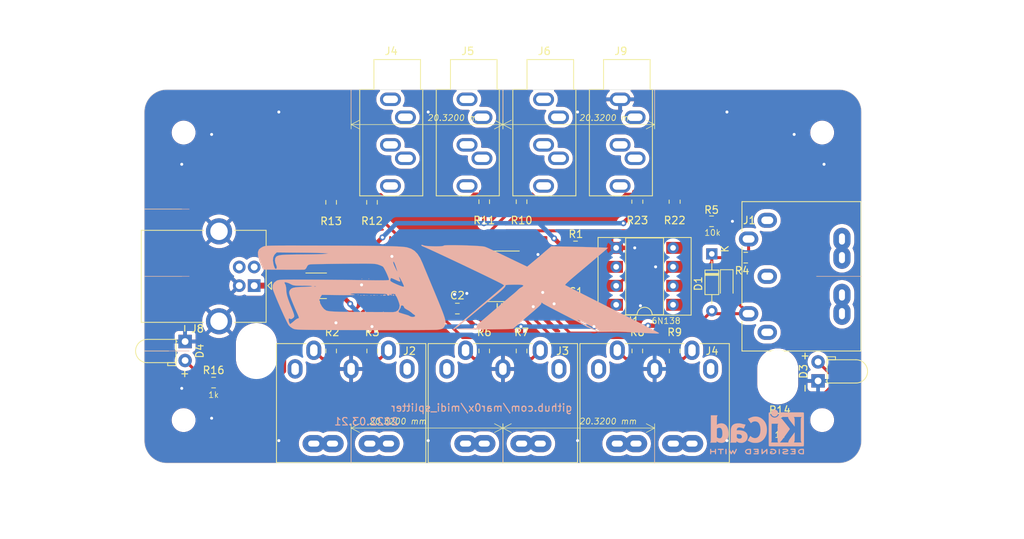
<source format=kicad_pcb>
(kicad_pcb (version 20221018) (generator pcbnew)
  (layers (0 "F.Cu" signal) (31 "B.Cu" signal) (34 "B.Paste" user) (35 "F.Paste" user) (36 "B.SilkS" user "B.Silkscreen") (37 "F.SilkS" user "F.Silkscreen") (38 "B.Mask" user) (39 "F.Mask" user) (44 "Edge.Cuts" user))
  (net 0 "")
  (net 1 "+5V")
  (net 2 "GND")
  (net 3 "Net-(J1-Pad4)")
  (net 4 "Net-(D3-A)")
  (net 5 "Net-(D4-A)")
  (net 6 "Net-(J8-VBUS)")
  (net 7 "Net-(J2-Pad5)")
  (net 10 "Net-(J2-Pad4)")
  (net 11 "Net-(J3-Pad4)")
  (net 14 "Net-(J3-Pad5)")
  (net 15 "Net-(J4-Pad5)")
  (net 16 "Net-(J4-Pad3)")
  (net 17 "Net-(J4-Pad1)")
  (net 18 "Net-(J4-Pad4)")
  (net 19 "RX")
  (net 23 "~{RX}")
  (net 24 "Net-(U1-VO1)")
  (net 25 "Net-(J9-PadT)")
  (net 26 "D-")
  (net 27 "D+")
  (net 28 "OUT5")
  (net 29 "Net-(J9-PadR)")
  (net 30 "OUT1")
  (net 31 "OUT2")
  (net 32 "OUT3")
  (net 33 "OUT4")
  (net 34 "OUT6")
  (net 35 "unconnected-(R10-Pad1)")
  (net 36 "DK")
  (net 37 "DA")
  (net 38 "unconnected-(R11-Pad2)")
  (net 39 "unconnected-(R12-Pad1)")
  (net 40 "unconnected-(R13-Pad2)")
  (net 41 "unconnected-(R22-Pad2)")
  (net 42 "unconnected-(R23-Pad2)")
  (footprint "Capacitor_SMD:C_0805_2012Metric_Pad1.15x1.40mm_HandSolder" (layer "F.Cu") (at 157.726 118.75 180)
    (fp_text reference "C1" (at -0.05 1.7) (layer "F.SilkS"))
    (fp_text value "0.1uF")
    (pad "1" smd roundrect (at -1.025 0 180) (size 1.15 1.4) (layers "F.Cu" "F.Paste" "F.Mask") (roundrect_rratio 0.2173904348) (net 1 "+5V"))
    (pad "2" smd roundrect (at 1.025 0 180) (size 1.15 1.4) (layers "F.Cu" "F.Paste" "F.Mask") (roundrect_rratio 0.2173904348) (net 2 "GND"))
  )
  (footprint "Capacitor_SMD:C_0805_2012Metric_Pad1.15x1.40mm_HandSolder" (layer "F.Cu") (at 141.904 119.318 180)
    (fp_text reference "C2" (at 0 1.75) (layer "F.SilkS"))
    (fp_text value "0.1uF")
    (pad "1" smd roundrect (at -1.025 0 180) (size 1.15 1.4) (layers "F.Cu" "F.Paste" "F.Mask") (roundrect_rratio 0.2173904348) (net 1 "+5V"))
    (pad "2" smd roundrect (at 1.025 0 180) (size 1.15 1.4) (layers "F.Cu" "F.Paste" "F.Mask") (roundrect_rratio 0.2173904348) (net 2 "GND"))
  )
  (footprint "lib:DIN5MIDI-OOTDTY" (layer "F.Cu") (at 183.4 107.5 -90)
    (fp_text reference "J1" (at 0 2.4 180) (layer "F.SilkS"))
    (fp_text value "DIN-5_180degree")
    (pad "" thru_hole oval (at 2.5 -10 270) (size 3 2.3) (drill oval 1.5 0.8) (layers "*.Cu" "*.Mask"))
    (pad "" thru_hole oval (at 5 -10 270) (size 3 2.3) (drill oval 1.5 0.8) (layers "*.Cu" "*.Mask"))
    (pad "" thru_hole oval (at 10 -10 270) (size 3 2.3) (drill oval 1.5 0.8) (layers "*.Cu" "*.Mask"))
    (pad "" thru_hole oval (at 12.5 -10 270) (size 3 2.3) (drill oval 1.5 0.8) (layers "*.Cu" "*.Mask"))
    (pad "1" thru_hole oval (at 0 0 270) (size 2 2.6) (drill oval 1 1.6) (layers "*.Cu" "*.Mask"))
    (pad "2" thru_hole oval (at 7.5 0 270) (size 2 2.6) (drill oval 1 1.6) (layers "*.Cu" "*.Mask"))
    (pad "3" thru_hole oval (at 15 0 270) (size 2 2.6) (drill oval 1 1.6) (layers "*.Cu" "*.Mask"))
    (pad "4" thru_hole oval (at 2.5 2.5 270) (size 2 2.6) (drill oval 1 1.6) (layers "*.Cu" "*.Mask") (net 3 "Net-(J1-Pad4)"))
    (pad "5" thru_hole oval (at 12.5 2.5 270) (size 2 2.6) (drill oval 1 1.6) (layers "*.Cu" "*.Mask") (net 37 "DA"))
  )
  (footprint "lib:DIN5MIDI-OOTDTY" (layer "F.Cu") (at 175.82 127.4 180)
    (fp_text reference "J4" (at -0.18 2.4) (layer "F.SilkS"))
    (fp_text value "DIN-5_180degree")
    (pad "" thru_hole oval (at 2.5 -10 180) (size 3 2.3) (drill oval 1.5 0.8) (layers "*.Cu" "*.Mask"))
    (pad "" thru_hole oval (at 5 -10 180) (size 3 2.3) (drill oval 1.5 0.8) (layers "*.Cu" "*.Mask"))
    (pad "" thru_hole oval (at 10 -10 180) (size 3 2.3) (drill oval 1.5 0.8) (layers "*.Cu" "*.Mask"))
    (pad "" thru_hole oval (at 12.5 -10 180) (size 3 2.3) (drill oval 1.5 0.8) (layers "*.Cu" "*.Mask"))
    (pad "1" thru_hole oval (at 0 0 180) (size 2 2.6) (drill oval 1 1.6) (layers "*.Cu" "*.Mask") (net 17 "Net-(J4-Pad1)"))
    (pad "2" thru_hole oval (at 7.5 0 180) (size 2 2.6) (drill oval 1 1.6) (layers "*.Cu" "*.Mask") (net 2 "GND"))
    (pad "3" thru_hole oval (at 15 0 180) (size 2 2.6) (drill oval 1 1.6) (layers "*.Cu" "*.Mask") (net 16 "Net-(J4-Pad3)"))
    (pad "4" thru_hole oval (at 2.5 2.5 180) (size 2 2.6) (drill oval 1 1.6) (layers "*.Cu" "*.Mask") (net 18 "Net-(J4-Pad4)"))
    (pad "5" thru_hole oval (at 12.5 2.5 180) (size 2 2.6) (drill oval 1 1.6) (layers "*.Cu" "*.Mask") (net 15 "Net-(J4-Pad5)"))
  )
  (footprint "Resistor_SMD:R_0805_2012Metric_Pad1.15x1.40mm_HandSolder" (layer "F.Cu") (at 157.726 111)
    (fp_text reference "R1" (at 0.05 -1.65) (layer "F.SilkS"))
    (fp_text value "470" (at 0 1.65) (layer "F.SilkS") (effects (font (size 0.8 0.8) (thickness 0.1))))
    (pad "1" smd roundrect (at -1.025 0) (size 1.15 1.4) (layers "F.Cu" "F.Paste" "F.Mask") (roundrect_rratio 0.2173904348) (net 1 "+5V"))
    (pad "2" smd roundrect (at 1.025 0) (size 1.15 1.4) (layers "F.Cu" "F.Paste" "F.Mask") (roundrect_rratio 0.2173904348) (net 19 "RX"))
  )
  (footprint "Resistor_SMD:R_0805_2012Metric_Pad1.15x1.40mm_HandSolder" (layer "F.Cu") (at 125 124.992 90)
    (fp_text reference "R2" (at 2.5 0.14 180) (layer "F.SilkS"))
    (fp_text value "220")
    (pad "1" smd roundrect (at -1.025 0 90) (size 1.15 1.4) (layers "F.Cu" "F.Paste" "F.Mask") (roundrect_rratio 0.2173904348) (net 7 "Net-(J2-Pad5)"))
    (pad "2" smd roundrect (at 1.025 0 90) (size 1.15 1.4) (layers "F.Cu" "F.Paste" "F.Mask") (roundrect_rratio 0.2173904348) (net 30 "OUT1"))
  )
  (footprint "Resistor_SMD:R_0805_2012Metric_Pad1.15x1.40mm_HandSolder" (layer "F.Cu") (at 130.5 124.992 -90)
    (fp_text reference "R3" (at -2.5 0 180) (layer "F.SilkS"))
    (fp_text value "220")
    (pad "1" smd roundrect (at -1.025 0 270) (size 1.15 1.4) (layers "F.Cu" "F.Paste" "F.Mask") (roundrect_rratio 0.2173904348) (net 1 "+5V"))
    (pad "2" smd roundrect (at 1.025 0 270) (size 1.15 1.4) (layers "F.Cu" "F.Paste" "F.Mask") (roundrect_rratio 0.2173904348) (net 10 "Net-(J2-Pad4)"))
  )
  (footprint "Resistor_SMD:R_0805_2012Metric_Pad1.15x1.40mm_HandSolder" (layer "F.Cu") (at 180.512 112.5)
    (fp_text reference "R4" (at -0.48 1.738) (layer "F.SilkS"))
    (fp_text value "220")
    (pad "1" smd roundrect (at -1.025 0) (size 1.15 1.4) (layers "F.Cu" "F.Paste" "F.Mask") (roundrect_rratio 0.2173904348) (net 36 "DK"))
    (pad "2" smd roundrect (at 1.025 0) (size 1.15 1.4) (layers "F.Cu" "F.Paste" "F.Mask") (roundrect_rratio 0.2173904348) (net 3 "Net-(J1-Pad4)"))
  )
  (footprint "Resistor_SMD:R_0805_2012Metric_Pad1.15x1.40mm_HandSolder" (layer "F.Cu") (at 175.94 107.634)
    (fp_text reference "R5" (at 0 -1.524) (layer "F.SilkS"))
    (fp_text value "10k" (at 0.127 1.524) (layer "F.SilkS") (effects (font (size 0.8 0.8) (thickness 0.1))))
    (pad "1" smd roundrect (at -1.025 0) (size 1.15 1.4) (layers "F.Cu" "F.Paste" "F.Mask") (roundrect_rratio 0.2173904348) (net 24 "Net-(U1-VO1)"))
    (pad "2" smd roundrect (at 1.025 0) (size 1.15 1.4) (layers "F.Cu" "F.Paste" "F.Mask") (roundrect_rratio 0.2173904348) (net 2 "GND"))
  )
  (footprint "Resistor_SMD:R_0805_2012Metric_Pad1.15x1.40mm_HandSolder" (layer "F.Cu") (at 166 124.992 90)
    (fp_text reference "R8" (at 2.5 0 180) (layer "F.SilkS"))
    (fp_text value "220")
    (pad "1" smd roundrect (at -1.025 0 90) (size 1.15 1.4) (layers "F.Cu" "F.Paste" "F.Mask") (roundrect_rratio 0.2173904348) (net 25 "Net-(J9-PadT)"))
    (pad "2" smd roundrect (at 1.025 0 90) (size 1.15 1.4) (layers "F.Cu" "F.Paste" "F.Mask") (roundrect_rratio 0.2173904348) (net 32 "OUT3"))
  )
  (footprint "Resistor_SMD:R_0805_2012Metric_Pad1.15x1.40mm_HandSolder" (layer "F.Cu") (at 171 124.992 -90)
    (fp_text reference "R9" (at -2.5 0 180) (layer "F.SilkS"))
    (fp_text value "220")
    (pad "1" smd roundrect (at -1.025 0 270) (size 1.15 1.4) (layers "F.Cu" "F.Paste" "F.Mask") (roundrect_rratio 0.2173904348) (net 1 "+5V"))
    (pad "2" smd roundrect (at 1.025 0 270) (size 1.15 1.4) (layers "F.Cu" "F.Paste" "F.Mask") (roundrect_rratio 0.2173904348) (net 29 "Net-(J9-PadR)"))
  )
  (footprint "Resistor_SMD:R_0805_2012Metric_Pad1.15x1.40mm_HandSolder" (layer "F.Cu") (at 150.5 105.008 -90)
    (fp_text reference "R10" (at 2.5 0 180) (layer "F.SilkS"))
    (fp_text value "220")
    (pad "1" smd roundrect (at -1.025 0 270) (size 1.15 1.4) (layers "F.Cu" "F.Paste" "F.Mask") (roundrect_rratio 0.2173904348) (net 35 "unconnected-(R10-Pad1)"))
    (pad "2" smd roundrect (at 1.025 0 270) (size 1.15 1.4) (layers "F.Cu" "F.Paste" "F.Mask") (roundrect_rratio 0.2173904348) (net 28 "OUT5"))
  )
  (footprint "Resistor_SMD:R_0805_2012Metric_Pad1.15x1.40mm_HandSolder" (layer "F.Cu") (at 130.474 105.094 -90)
    (fp_text reference "R12" (at 2.5 0 180) (layer "F.SilkS"))
    (fp_text value "220")
    (pad "1" smd roundrect (at -1.025 0 270) (size 1.15 1.4) (layers "F.Cu" "F.Paste" "F.Mask") (roundrect_rratio 0.2173904348) (net 39 "unconnected-(R12-Pad1)"))
    (pad "2" smd roundrect (at 1.025 0 270) (size 1.15 1.4) (layers "F.Cu" "F.Paste" "F.Mask") (roundrect_rratio 0.2173904348) (net 33 "OUT4"))
  )
  (footprint "Resistor_SMD:R_0805_2012Metric_Pad1.15x1.40mm_HandSolder" (layer "F.Cu") (at 125 105.094 90)
    (fp_text reference "R13" (at -2.525 0 180) (layer "F.SilkS"))
    (fp_text value "220")
    (pad "1" smd roundrect (at -1.025 0 90) (size 1.15 1.4) (layers "F.Cu" "F.Paste" "F.Mask") (roundrect_rratio 0.2173904348) (net 1 "+5V"))
    (pad "2" smd roundrect (at 1.025 0 90) (size 1.15 1.4) (layers "F.Cu" "F.Paste" "F.Mask") (roundrect_rratio 0.2173904348) (net 40 "unconnected-(R13-Pad2)"))
  )
  (footprint "Resistor_SMD:R_0805_2012Metric_Pad1.15x1.40mm_HandSolder" (layer "F.Cu") (at 150.5 124.992 -90)
    (fp_text reference "R7" (at -2.5 0 180) (layer "F.SilkS"))
    (fp_text value "220")
    (pad "1" smd roundrect (at -1.025 0 270) (size 1.15 1.4) (layers "F.Cu" "F.Paste" "F.Mask") (roundrect_rratio 0.2173904348) (net 1 "+5V"))
    (pad "2" smd roundrect (at 1.025 0 270) (size 1.15 1.4) (layers "F.Cu" "F.Paste" "F.Mask") (roundrect_rratio 0.2173904348) (net 11 "Net-(J3-Pad4)"))
  )
  (footprint "Resistor_SMD:R_0805_2012Metric_Pad1.15x1.40mm_HandSolder" (layer "F.Cu") (at 145.5 124.992 90)
    (fp_text reference "R6" (at 2.5 0 180) (layer "F.SilkS"))
    (fp_text value "220")
    (pad "1" smd roundrect (at -1.025 0 90) (size 1.15 1.4) (layers "F.Cu" "F.Paste" "F.Mask") (roundrect_rratio 0.2173904348) (net 14 "Net-(J3-Pad5)"))
    (pad "2" smd roundrect (at 1.025 0 90) (size 1.15 1.4) (layers "F.Cu" "F.Paste" "F.Mask") (roundrect_rratio 0.2173904348) (net 31 "OUT2"))
  )
  (footprint "lib:DIN5MIDI-OOTDTY" (layer "F.Cu") (at 155.5 127.4 180)
    (fp_text reference "J3" (at -0.5 2.4) (layer "F.SilkS"))
    (fp_text value "DIN-5_180degree")
    (pad "" thru_hole oval (at 2.5 -10 180) (size 3 2.3) (drill oval 1.5 0.8) (layers "*.Cu" "*.Mask"))
    (pad "" thru_hole oval (at 5 -10 180) (size 3 2.3) (drill oval 1.5 0.8) (layers "*.Cu" "*.Mask"))
    (pad "" thru_hole oval (at 10 -10 180) (size 3 2.3) (drill oval 1.5 0.8) (layers "*.Cu" "*.Mask"))
    (pad "" thru_hole oval (at 12.5 -10 180) (size 3 2.3) (drill oval 1.5 0.8) (layers "*.Cu" "*.Mask"))
    (pad "1" thru_hole oval (at 0 0 180) (size 2 2.6) (drill oval 1 1.6) (layers "*.Cu" "*.Mask"))
    (pad "2" thru_hole oval (at 7.5 0 180) (size 2 2.6) (drill oval 1 1.6) (layers "*.Cu" "*.Mask") (net 2 "GND"))
    (pad "3" thru_hole oval (at 15 0 180) (size 2 2.6) (drill oval 1 1.6) (layers "*.Cu" "*.Mask"))
    (pad "4" thru_hole oval (at 2.5 2.5 180) (size 2 2.6) (drill oval 1 1.6) (layers "*.Cu" "*.Mask") (net 11 "Net-(J3-Pad4)"))
    (pad "5" thru_hole oval (at 12.5 2.5 180) (size 2 2.6) (drill oval 1 1.6) (layers "*.Cu" "*.Mask") (net 14 "Net-(J3-Pad5)"))
  )
  (footprint "lib:DIN5MIDI-OOTDTY" (layer "F.Cu") (at 135.18 127.4 180)
    (fp_text reference "J2" (at -0.32 2.4) (layer "F.SilkS"))
    (fp_text value "DIN-5_180degree")
    (pad "" thru_hole oval (at 2.5 -10 180) (size 3 2.3) (drill oval 1.5 0.8) (layers "*.Cu" "*.Mask"))
    (pad "" thru_hole oval (at 5 -10 180) (size 3 2.3) (drill oval 1.5 0.8) (layers "*.Cu" "*.Mask"))
    (pad "" thru_hole oval (at 10 -10 180) (size 3 2.3) (drill oval 1.5 0.8) (layers "*.Cu" "*.Mask"))
    (pad "" thru_hole oval (at 12.5 -10 180) (size 3 2.3) (drill oval 1.5 0.8) (layers "*.Cu" "*.Mask"))
    (pad "1" thru_hole oval (at 0 0 180) (size 2 2.6) (drill oval 1 1.6) (layers "*.Cu" "*.Mask"))
    (pad "2" thru_hole oval (at 7.5 0 180) (size 2 2.6) (drill oval 1 1.6) (layers "*.Cu" "*.Mask") (net 2 "GND"))
    (pad "3" thru_hole oval (at 15 0 180) (size 2 2.6) (drill oval 1 1.6) (layers "*.Cu" "*.Mask"))
    (pad "4" thru_hole oval (at 2.5 2.5 180) (size 2 2.6) (drill oval 1 1.6) (layers "*.Cu" "*.Mask") (net 10 "Net-(J2-Pad4)"))
    (pad "5" thru_hole oval (at 12.5 2.5 180) (size 2 2.6) (drill oval 1 1.6) (layers "*.Cu" "*.Mask") (net 7 "Net-(J2-Pad5)"))
  )
  (footprint "Package_DIP:DIP-8_W8.89mm_SMDSocket_LongPads" (layer "F.Cu") (at 166.976 115 180)
    (fp_text reference "U1" (at 1.704 -5.969 180) (layer "F.SilkS"))
    (fp_text value "6N138" (at -2.868 -5.969 180) (layer "F.SilkS") (effects (font (size 0.8 0.8) (thickness 0.1))))
    (pad "1" smd rect (at -4.445 -3.81 180) (size 3.1 1.6) (layers "F.Cu" "F.Paste" "F.Mask"))
    (pad "1" thru_hole circle (at -3.81 -3.81 180) (size 1.524 1.524) (drill 0.762) (layers "*.Cu" "*.Mask"))
    (pad "2" smd rect (at -4.445 -1.27 180) (size 3.1 1.6) (layers "F.Cu" "F.Paste" "F.Mask") (net 36 "DK"))
    (pad "2" thru_hole circle (at -3.81 -1.27 180) (size 1.524 1.524) (drill 0.762) (layers "*.Cu" "*.Mask") (net 36 "DK"))
    (pad "3" smd rect (at -4.445 1.27 180) (size 3.1 1.6) (layers "F.Cu" "F.Paste" "F.Mask") (net 37 "DA"))
    (pad "3" thru_hole circle (at -3.81 1.27 180) (size 1.524 1.524) (drill 0.762) (layers "*.Cu" "*.Mask") (net 37 "DA"))
    (pad "4" smd rect (at -4.445 3.81 180) (size 3.1 1.6) (layers "F.Cu" "F.Paste" "F.Mask"))
    (pad "4" thru_hole circle (at -3.81 3.81 180) (size 1.524 1.524) (drill 0.762) (layers "*.Cu" "*.Mask"))
    (pad "5" thru_hole circle (at 3.81 3.81 180) (size 1.524 1.524) (drill 0.762) (layers "*.Cu" "*.Mask") (net 2 "GND"))
    (pad "5" smd rect (at 4.445 3.81 180) (size 3.1 1.6) (layers "F.Cu" "F.Paste" "F.Mask") (net 2 "GND"))
    (pad "6" thru_hole circle (at 3.81 1.27 180) (size 1.524 1.524) (drill 0.762) (layers "*.Cu" "*.Mask") (net 19 "RX"))
    (pad "6" smd rect (at 4.445 1.27 180) (size 3.1 1.6) (layers "F.Cu" "F.Paste" "F.Mask") (net 19 "RX"))
    (pad "7" thru_hole circle (at 3.81 -1.27 180) (size 1.524 1.524) (drill 0.762) (layers "*.Cu" "*.Mask") (net 24 "Net-(U1-VO1)"))
    (pad "7" smd rect (at 4.445 -1.27 180) (size 3.1 1.6) (layers "F.Cu" "F.Paste" "F.Mask") (net 24 "Net-(U1-VO1)"))
    (pad "8" thru_hole circle (at 3.81 -3.81 180) (size 1.524 1.524) (drill 0.762) (layers "*.Cu" "*.Mask") (net 1 "+5V"))
    (pad "8" smd rect (at 4.445 -3.81 180) (size 3.1 1.6) (layers "F.Cu" "F.Paste" "F.Mask") (net 1 "+5V"))
  )
  (footprint "Resistor_SMD:R_0805_2012Metric_Pad1.15x1.40mm_HandSolder" (layer "F.Cu") (at 185.084 134.558)
    (fp_text reference "R14" (at 0 -1.65) (layer "F.SilkS"))
    (fp_text value "1k" (at 0 1.65) (layer "F.SilkS") (effects (font (size 0.8 0.8) (thickness 0.1))))
    (pad "1" smd roundrect (at -1.025 0) (size 1.15 1.4) (layers "F.Cu" "F.Paste" "F.Mask") (roundrect_rratio 0.2173904348) (net 23 "~{RX}"))
    (pad "2" smd roundrect (at 1.025 0) (size 1.15 1.4) (layers "F.Cu" "F.Paste" "F.Mask") (roundrect_rratio 0.2173904348) (net 4 "Net-(D3-A)"))
  )
  (footprint "Resistor_SMD:R_0805_2012Metric_Pad1.15x1.40mm_HandSolder" (layer "F.Cu") (at 109.265 129.224)
    (fp_text reference "R16" (at 0 -1.65) (layer "F.SilkS"))
    (fp_text value "1k" (at 0 1.65) (layer "F.SilkS") (effects (font (size 0.8 0.8) (thickness 0.1))))
    (pad "1" smd roundrect (at -1.025 0) (size 1.15 1.4) (layers "F.Cu" "F.Paste" "F.Mask") (roundrect_rratio 0.2173904348) (net 5 "Net-(D4-A)"))
    (pad "2" smd roundrect (at 1.025 0) (size 1.15 1.4) (layers "F.Cu" "F.Paste" "F.Mask") (roundrect_rratio 0.2173904348) (net 1 "+5V"))
  )
  (footprint "LED_THT:LED_D3.0mm_Horizontal_O1.27mm_Z6.0mm" (layer "F.Cu") (at 105.45 123.73 -90)
    (fp_text reference "D4" (at 1.27 -1.96 90) (layer "F.SilkS"))
    (fp_text value "LED")
    (fp_text user "+" (at 4.324 0.122 270) (layer "F.SilkS"))
    (fp_text user "-" (at -1.772 0.122 270) (layer "F.SilkS"))
    (pad "1" thru_hole rect (at 0 0 270) (size 1.8 1.8) (drill 0.9) (layers "*.Cu" "*.Mask") (net 2 "GND"))
    (pad "2" thru_hole circle (at 2.54 0 270) (size 1.8 1.8) (drill 0.9) (layers "*.Cu" "*.Mask") (net 5 "Net-(D4-A)"))
  )
  (footprint "LED_THT:LED_D3.0mm_Horizontal_O1.27mm_Z10.0mm" (layer "F.Cu") (at 190.2 129 90)
    (fp_text reference "D3" (at 1.27 -1.96 90) (layer "F.SilkS"))
    (fp_text value "LED")
    (fp_text user "+" (at 3.332 -1.814 90) (layer "F.SilkS"))
    (fp_text user "-" (at -0.986 -1.814 90) (layer "F.SilkS"))
    (pad "1" thru_hole rect (at 0 0 90) (size 1.8 1.8) (drill 0.9) (layers "*.Cu" "*.Mask") (net 2 "GND"))
    (pad "2" thru_hole circle (at 2.54 0 90) (size 1.8 1.8) (drill 0.9) (layers "*.Cu" "*.Mask") (net 4 "Net-(D3-A)"))
  )
  (footprint "Diode_THT:D_DO-34_SOD68_P7.62mm_Horizontal" (layer "F.Cu") (at 175.976 112 -90)
    (fp_text reference "D1" (at 3.986 1.814 90) (layer "F.SilkS"))
    (fp_text value "1N914")
    (fp_text user "K" (at -0.683 -1.742 90) (layer "F.SilkS"))
    (pad "1" thru_hole rect (at 0 0 270) (size 1.5 1.5) (drill 0.75) (layers "*.Cu" "*.Mask") (net 36 "DK"))
    (pad "2" thru_hole oval (at 7.62 0 270) (size 1.5 1.5) (drill 0.75) (layers "*.Cu" "*.Mask") (net 37 "DA"))
  )
  (footprint "MountingHole:MountingHole_5mm" (layer "F.Cu") (at 184.8 128.4)
    (fp_text reference "REF**" hide)
    (fp_text value "MountingHole_5mm" hide)
    (pad "" np_thru_hole oval (at 0 0) (size 5 7) (drill oval 5 7) (layers "*.Cu" "*.Mask"))
  )
  (footprint "Fuse:Fuse_1812_4532Metric_Pad1.30x3.40mm_HandSolder" (layer "F.Cu") (at 123 116.27 180)
    (fp_text reference "F1" (at 0 -2.65) (layer "F.SilkS"))
    (fp_text value "MF-MSMF050-2")
    (pad "1" smd roundrect (at -2.225 0 180) (size 1.3 3.4) (layers "F.Cu" "F.Paste" "F.Mask") (roundrect_rratio 0.1923069231) (net 1 "+5V"))
    (pad "2" smd roundrect (at 2.225 0 180) (size 1.3 3.4) (layers "F.Cu" "F.Paste" "F.Mask") (roundrect_rratio 0.1923069231) (net 6 "Net-(J8-VBUS)"))
  )
  (footprint "MountingHole:MountingHole_5mm" (layer "F.Cu") (at 115 125)
    (fp_text reference "REF**" hide)
    (fp_text value "MountingHole_5mm" hide)
    (pad "" np_thru_hole oval (at 0 0) (size 5 7) (drill oval 5 7) (layers "*.Cu" "*.Mask"))
  )
  (footprint "Resistor_SMD:R_0805_2012Metric_Pad1.20x1.40mm_HandSolder" (layer "F.Cu") (at 171 105.008 90)
    (fp_text reference "R22" (at -2.5 0 180) (layer "F.SilkS"))
    (fp_text value "220")
    (pad "1" smd roundrect (at -1 0 90) (size 1.2 1.4) (layers "F.Cu" "F.Paste" "F.Mask") (roundrect_rratio 0.2083325) (net 34 "OUT6"))
    (pad "2" smd roundrect (at 1 0 90) (size 1.2 1.4) (layers "F.Cu" "F.Paste" "F.Mask") (roundrect_rratio 0.2083325) (net 41 "unconnected-(R22-Pad2)"))
  )
  (footprint "Resistor_SMD:R_0805_2012Metric_Pad1.20x1.40mm_HandSolder" (layer "F.Cu") (at 166 105.008 90)
    (fp_text reference "R23" (at -2.5 0 180) (layer "F.SilkS"))
    (fp_text value "220")
    (pad "1" smd roundrect (at -1 0 90) (size 1.2 1.4) (layers "F.Cu" "F.Paste" "F.Mask") (roundrect_rratio 0.2083325) (net 1 "+5V"))
    (pad "2" smd roundrect (at 1 0 90) (size 1.2 1.4) (layers "F.Cu" "F.Paste" "F.Mask") (roundrect_rratio 0.2083325) (net 42 "unconnected-(R23-Pad2)"))
  )
  (footprint "Connector_USB:USB_B_OST_USB-B1HSxx_Horizontal" (layer "F.Cu") (at 114.7 116.25 180)
    (fp_text reference "J8" (at 7.594 -5.768) (layer "F.SilkS"))
    (fp_text value "DS1099")
    (pad "1" thru_hole rect (at 0 0 180) (size 1.7 1.7) (drill 0.92) (layers "*.Cu" "*.Mask") (net 6 "Net-(J8-VBUS)"))
    (pad "2" thru_hole circle (at 0 2.5 180) (size 1.7 1.7) (drill 0.92) (layers "*.Cu" "*.Mask") (net 26 "D-"))
    (pad "3" thru_hole circle (at 2 2.5 180) (size 1.7 1.7) (drill 0.92) (layers "*.Cu" "*.Mask") (net 27 "D+"))
    (pad "4" thru_hole circle (at 2 0 180) (size 1.7 1.7) (drill 0.92) (layers "*.Cu" "*.Mask") (net 2 "GND"))
    (pad "5" thru_hole circle (at 4.71 -4.77 180) (size 3.5 3.5) (drill 2.33) (layers "*.Cu" "*.Mask") (net 2 "GND"))
    (pad "5" thru_hole circle (at 4.71 7.27 180) (size 3.5 3.5) (drill 2.33) (layers "*.Cu" "*.Mask") (net 2 "GND"))
  )
  (footprint "Resistor_SMD:R_0805_2012Metric_Pad1.15x1.40mm_HandSolder" (layer "F.Cu") (at 145.5 105.008 90)
    (fp_text reference "R11" (at -2.5 0 180) (layer "F.SilkS"))
    (fp_text value "220")
    (pad "1" smd roundrect (at -1.025 0 90) (size 1.15 1.4) (layers "F.Cu" "F.Paste" "F.Mask") (roundrect_rratio 0.2173904348) (net 1 "+5V"))
    (pad "2" smd roundrect (at 1.025 0 90) (size 1.15 1.4) (layers "F.Cu" "F.Paste" "F.Mask") (roundrect_rratio 0.2173904348) (net 38 "unconnected-(R11-Pad2)"))
  )
  (footprint "Package_SO:TSSOP-20_4.4x6.5mm_P0.65mm" (layer "F.Cu") (at 148 115 180)
    (fp_text reference "U2" (at 0 -4.2) (layer "F.SilkS"))
    (fp_text value "MM74HC540MTCX")
    (pad "1" smd roundrect (at -2.8625 -2.925 180) (size 1.475 0.4) (layers "F.Cu" "F.Paste" "F.Mask") (net 2 "GND"))
    (pad "2" smd roundrect (at -2.8625 -2.275 180) (size 1.475 0.4) (layers "F.Cu" "F.Paste" "F.Mask") (net 23 "~{RX}"))
    (pad "3" smd roundrect (at -2.8625 -1.625 180) (size 1.475 0.4) (layers "F.Cu" "F.Paste" "F.Mask") (net 2 "GND"))
    (pad "4" smd roundrect (at -2.8625 -0.975 180) (size 1.475 0.4) (layers "F.Cu" "F.Paste" "F.Mask") (net 19 "RX"))
    (pad "5" smd roundrect (at -2.8625 -0.325 180) (size 1.475 0.4) (layers "F.Cu" "F.Paste" "F.Mask") (net 23 "~{RX}"))
    (pad "6" smd roundrect (at -2.8625 0.325 180) (size 1.475 0.4) (layers "F.Cu" "F.Paste" "F.Mask") (net 23 "~{RX}"))
    (pad "7" smd roundrect (at -2.8625 0.975 180) (size 1.475 0.4) (layers "F.Cu" "F.Paste" "F.Mask") (net 23 "~{RX}"))
    (pad "8" smd roundrect (at -2.8625 1.625 180) (size 1.475 0.4) (layers "F.Cu" "F.Paste" "F.Mask") (net 23 "~{RX}"))
    (pad "9" smd roundrect (at -2.8625 2.275 180) (size 1.475 0.4) (layers "F.Cu" "F.Paste" "F.Mask") (net 23 "~{RX}"))
    (pad "10" smd roundrect (at -2.8625 2.925 180) (size 1.475 0.4) (layers "F.Cu" "F.Paste" "F.Mask") (net 2 "GND"))
    (pad "11" smd roundrect (at 2.8625 2.925 180) (size 1.475 0.4) (layers "F.Cu" "F.Paste" "F.Mask") (net 34 "OUT6"))
    (pad "12" smd roundrect (at 2.8625 2.275 180) (size 1.475 0.4) (layers "F.Cu" "F.Paste" "F.Mask") (net 28 "OUT5"))
    (pad "13" smd roundrect (at 2.8625 1.625 180) (size 1.475 0.4) (layers "F.Cu" "F.Paste" "F.Mask") (net 33 "OUT4"))
    (pad "14" smd roundrect (at 2.8625 0.975 180) (size 1.475 0.4) (layers "F.Cu" "F.Paste" "F.Mask") (net 30 "OUT1"))
    (pad "15" smd roundrect (at 2.8625 0.325 180) (size 1.475 0.4) (layers "F.Cu" "F.Paste" "F.Mask") (net 31 "OUT2"))
    (pad "16" smd roundrect (at 2.8625 -0.325 180) (size 1.475 0.4) (layers "F.Cu" "F.Paste" "F.Mask") (net 23 "~{RX}"))
    (pad "17" smd roundrect (at 2.8625 -0.975 180) (size 1.475 0.4) (layers "F.Cu" "F.Paste" "F.Mask"))
    (pad "18" smd roundrect (at 2.8625 -1.625 180) (size 1.475 0.4) (layers "F.Cu" "F.Paste" "F.Mask") (net 32 "OUT3"))
    (pad "19" smd roundrect (at 2.8625 -2.275 180) (size 1.475 0.4) (layers "F.Cu" "F.Paste" "F.Mask") (net 2 "GND"))
    (pad "20" smd roundrect (at 2.8625 -2.925 180) (size 1.475 0.4) (layers "F.Cu" "F.Paste" "F.Mask") (net 1 "+5V"))
  )
  (footprint "Diode_SMD:D_SOD-323_HandSoldering" (layer "F.Cu") (at 177.972 116.016 -90)
    (fp_text reference "D2" hide)
    (fp_text value "BAS316.115" hide)
    (pad "1" smd rect (at -1.25 0 270) (size 1 1) (layers "F.Cu" "F.Paste" "F.Mask") (net 36 "DK"))
    (pad "2" smd rect (at 1.25 0 270) (size 1 1) (layers "F.Cu" "F.Paste" "F.Mask") (net 37 "DA"))
  )
  (footprint "MountingHole:MountingHole_2.7mm_M2.5_ISO14580" (layer "F.Cu") (at 105.25 95.75)
    (fp_text reference "H1" hide)
    (fp_text value "MountingHole" hide)
    (pad "" np_thru_hole circle (at 0 0) (size 2.7 2.7) (drill 2.7) (layers "*.Cu" "*.Mask"))
  )
  (footprint "MountingHole:MountingHole_2.7mm_M2.5_ISO14580" (layer "F.Cu") (at 105.25 134.25)
    (fp_text reference "H2" hide)
    (fp_text value "MountingHole" hide)
    (pad "" np_thru_hole circle (at 0 0) (size 2.7 2.7) (drill 2.7) (layers "*.Cu" "*.Mask"))
  )
  (footprint "MountingHole:MountingHole_2.7mm_M2.5_ISO14580" (layer "F.Cu") (at 190.75 95.75)
    (fp_text reference "H3" hide)
    (fp_text value "MountingHole" hide)
    (pad "" np_thru_hole circle (at 0 0) (size 2.7 2.7) (drill 2.7) (layers "*.Cu" "*.Mask"))
  )
  (footprint "MountingHole:MountingHole_2.7mm_M2.5_ISO14580" (layer "F.Cu") (at 190.75 134.25)
    (fp_text reference "H4" hide)
    (fp_text value "MountingHole" hide)
    (pad "" np_thru_hole circle (at 0 0) (size 2.7 2.7) (drill 2.7) (layers "*.Cu" "*.Mask"))
  )
  (footprint "Connector_Audio:Jack_3.5mm_CUI_SJ1-3535NG_Horizontal" (layer "F.Cu") (at 143.2 91.3)
    (fp_text reference "J5" (at 0.1 -6.45) (layer "F.SilkS"))
    (fp_text value "AudioJack3_SwitchTR")
    (pad "R" thru_hole oval (at 2 7.9) (size 2.8 1.8) (drill oval 2 1) (layers "*.Cu" "*.Mask"))
    (pad "RN" thru_hole oval (at 0 6.1) (size 2.8 1.8) (drill oval 2 1) (layers "*.Cu" "*.Mask"))
    (pad "S" thru_hole oval (at 0 0) (size 2.8 1.8) (drill oval 2 1) (layers "*.Cu" "*.Mask"))
    (pad "T" thru_hole oval (at 2 2.4) (size 2.8 1.8) (drill oval 2 1) (layers "*.Cu" "*.Mask"))
    (pad "TN" thru_hole oval (at 0 11.6) (size 2.8 1.8) (drill oval 2 1) (layers "*.Cu" "*.Mask"))
  )
  (footprint "Connector_Audio:Jack_3.5mm_CUI_SJ1-3535NG_Horizontal" (layer "F.Cu") (at 153.45 91.3)
    (fp_text reference "J6" (at 0.1 -6.45) (layer "F.SilkS"))
    (fp_text value "AudioJack3_SwitchTR")
    (pad "R" thru_hole oval (at 2 7.9) (size 2.8 1.8) (drill oval 2 1) (layers "*.Cu" "*.Mask"))
    (pad "RN" thru_hole oval (at 0 6.1) (size 2.8 1.8) (drill oval 2 1) (layers "*.Cu" "*.Mask"))
    (pad "S" thru_hole oval (at 0 0) (size 2.8 1.8) (drill oval 2 1) (layers "*.Cu" "*.Mask"))
    (pad "T" thru_hole oval (at 2 2.4) (size 2.8 1.8) (drill oval 2 1) (layers "*.Cu" "*.Mask"))
    (pad "TN" thru_hole oval (at 0 11.6) (size 2.8 1.8) (drill oval 2 1) (layers "*.Cu" "*.Mask"))
  )
  (footprint "Connector_Audio:Jack_3.5mm_CUI_SJ1-3535NG_Horizontal" (layer "F.Cu") (at 163.7 91.3)
    (fp_text reference "J9" (at 0.1 -6.45) (layer "F.SilkS"))
    (fp_text value "AudioJack3_SwitchTR")
    (pad "R" thru_hole oval (at 2 7.9) (size 2.8 1.8) (drill oval 2 1) (layers "*.Cu" "*.Mask") (net 29 "Net-(J9-PadR)"))
    (pad "RN" thru_hole oval (at 0 6.1) (size 2.8 1.8) (drill oval 2 1) (layers "*.Cu" "*.Mask"))
    (pad "S" thru_hole oval (at 0 0) (size 2.8 1.8) (drill oval 2 1) (layers "*.Cu" "*.Mask") (net 2 "GND"))
    (pad "T" thru_hole oval (at 2 2.4) (size 2.8 1.8) (drill oval 2 1) (layers "*.Cu" "*.Mask") (net 25 "Net-(J9-PadT)"))
    (pad "TN" thru_hole oval (at 0 11.6) (size 2.8 1.8) (drill oval 2 1) (layers "*.Cu" "*.Mask"))
  )
  (footprint "Connector_Audio:Jack_3.5mm_CUI_SJ1-3535NG_Horizontal" (layer "F.Cu") (at 132.95 91.3)
    (fp_text reference "J4" (at 0.1 -6.45) (layer "F.SilkS"))
    (fp_text value "AudioJack3_SwitchTR")
    (pad "R" thru_hole oval (at 2 7.9) (size 2.8 1.8) (drill oval 2 1) (layers "*.Cu" "*.Mask"))
    (pad "RN" thru_hole oval (at 0 6.1) (size 2.8 1.8) (drill oval 2 1) (layers "*.Cu" "*.Mask"))
    (pad "S" thru_hole oval (at 0 0) (size 2.8 1.8) (drill oval 2 1) (layers "*.Cu" "*.Mask"))
    (pad "T" thru_hole oval (at 2 2.4) (size 2.8 1.8) (drill oval 2 1) (layers "*.Cu" "*.Mask"))
    (pad "TN" thru_hole oval (at 0 11.6) (size 2.8 1.8) (drill oval 2 1) (layers "*.Cu" "*.Mask"))
  )
  (footprint "Symbol:KiCad-Logo2_5mm_SilkScreen" (layer "B.Cu") (at 182.036 135.828 180)
    (fp_text reference "REF**" hide)
    (fp_text value "KiCad-Logo2_5mm_SilkScreen" hide)
  )
  (footprint "lib:x6" (layer "B.Cu") (at 142.031 116.651 180)
    (fp_text reference "G***" hide)
    (fp_text value "LOGO" hide)
  )
  (gr_line (start 190 115) (end 196 115) (stroke (width 0.07)) (layer "B.SilkS"))
  (gr_line (start 100 115) (end 106 115) (stroke (width 0.07)) (layer "B.SilkS"))
  (gr_line (start 148 94) (end 148 90) (stroke (width 0.07)) (layer "B.SilkS"))
  (gr_line (start 127.68 94) (end 127.68 90) (stroke (width 0.07)) (layer "B.SilkS"))
  (gr_line (start 148 140) (end 148 136) (stroke (width 0.07)) (layer "B.SilkS"))
  (gr_line (start 127.68 140) (end 127.68 136) (stroke (width 0.07)) (layer "B.SilkS"))
  (gr_line (start 168.32 140) (end 168.32 136) (stroke (width 0.07)) (layer "B.SilkS"))
  (gr_line (start 100 125) (end 106 125) (stroke (width 0.07)) (layer "B.SilkS"))
  (gr_line (start 100 106) (end 106 106) (stroke (width 0.07)) (layer "B.SilkS"))
  (gr_line (start 168.32 94) (end 168.32 90) (stroke (width 0.07)) (layer "B.SilkS"))
  (gr_line (start 100 115) (end 105 115) (stroke (width 0.07)) (layer "F.SilkS"))
  (gr_line (start 100 125) (end 103.25 125) (stroke (width 0.07)) (layer "F.SilkS"))
  (gr_line (start 100 106) (end 105 106) (stroke (width 0.07)) (layer "F.SilkS"))
  (gr_line (start 190 115) (end 196 115) (stroke (width 0.07)) (layer "F.SilkS"))
  (gr_line (start 100 137) (end 100 93) (stroke (width 0.05)) (layer "Edge.Cuts"))
  (gr_line (start 193 140) (end 103 140) (stroke (width 0.05)) (layer "Edge.Cuts"))
  (gr_arc (start 196 137) (mid 195.12132 139.12132) (end 193 140) (stroke (width 0.05)) (layer "Edge.Cuts"))
  (gr_arc (start 193 90) (mid 195.12132 90.87868) (end 196 93) (stroke (width 0.05)) (layer "Edge.Cuts"))
  (gr_arc (start 103 140) (mid 100.87868 139.12132) (end 100 137) (stroke (width 0.05)) (layer "Edge.Cuts"))
  (gr_arc (start 100 93) (mid 100.87868 90.87868) (end 103 90) (stroke (width 0.05)) (layer "Edge.Cuts"))
  (gr_line (start 196 93) (end 196 137) (stroke (width 0.05)) (layer "Edge.Cuts"))
  (gr_line (start 103 90) (end 193 90) (stroke (width 0.05)) (layer "Edge.Cuts"))
  (gr_text "2022.03.21" (at 129.7 134.45) (layer "B.SilkS") (effects (font (size 1 1)) (justify mirror)))
  (gr_text "github.com/mar0x/midi_splitter" (at 145.15 132.6) (layer "B.SilkS") (effects (font (size 1 1)) (justify mirror)))
  (dimension (type aligned) (layer "F.SilkS") (pts (xy 168.32 139.970001) (xy 148 139.970001)) (height 4.650001) (gr_text "20.3200 mm" (at 158.16 134.42) (layer "F.SilkS") (effects (font (size 0.8 0.8) (thickness 0.1) italic) (justify left))) (format (prefix "") (suffix "") (units 2) (units_format 1) (precision 4)) (style (thickness 0.08) (arrow_length 1.27) (text_position_mode 0) (extension_height 0.58642) (extension_offset 0) keep_text_aligned))
  (dimension (type aligned) (layer "F.SilkS") (pts (xy 148 139.970001) (xy 127.68 139.970001)) (height 4.650001) (gr_text "20.3200 mm" (at 137.84 134.42) (layer "F.SilkS") (effects (font (size 0.8 0.8) (thickness 0.1) italic) (justify right))) (format (prefix "") (suffix "") (units 2) (units_format 1) (precision 4)) (style (thickness 0.08) (arrow_length 1.27) (text_position_mode 0) (extension_height 0.58642) (extension_offset 0) keep_text_aligned))
  (dimension (type aligned) (layer "F.SilkS") (pts (xy 127.68 90.029999) (xy 148 90.029999)) (height 4.650001) (gr_text "20.3200 mm" (at 137.84 93.78) (layer "F.SilkS") (effects (font (size 0.8 0.8) (thickness 0.1) italic) (justify left))) (format (prefix "") (suffix "") (units 2) (units_format 1) (precision 4)) (style (thickness 0.08) (arrow_length 1.27) (text_position_mode 0) (extension_height 0.58642) (extension_offset 0) keep_text_aligned))
  (dimension (type aligned) (layer "F.SilkS") (pts (xy 148 90.029999) (xy 168.32 90.029999)) (height 4.650001) (gr_text "20.3200 mm" (at 158.16 93.78) (layer "F.SilkS") (effects (font (size 0.8 0.8) (thickness 0.1) italic) (justify left))) (format (prefix "") (suffix "") (units 2) (units_format 1) (precision 4)) (style (thickness 0.08) (arrow_length 1.27) (text_position_mode 0) (extension_height 0.58642) (extension_offset 0) keep_text_aligned))
  (segment (start 164.129 107.879) (end 166 106.008) (width 0.6) (layer "F.Cu") (net 1))
  (segment (start 168.637 121.604) (end 171 123.967) (width 0.6) (layer "F.Cu") (net 1))
  (segment (start 125.225 116.27) (end 125.225 116.355) (width 0.6) (layer "F.Cu") (net 1))
  (segment (start 150.413 121.731) (end 150.413 123.88) (width 0.6) (layer "F.Cu") (net 1))
  (segment (start 125.225 116.27) (end 125.225 106.344) (width 0.6) (layer "F.Cu") (net 1))
  (segment (start 130.474 123.941) (end 130.5 123.967) (width 0.6) (layer "F.Cu") (net 1))
  (segment (start 142.929 120.343) (end 144.317 121.731) (width 0.6) (layer "F.Cu") (net 1))
  (segment (start 118.67999 125.77801) (end 125.225 119.233) (width 0.6) (layer "F.Cu") (net 1))
  (segment (start 150.413 123.88) (end 150.5 123.967) (width 0.6) (layer "F.Cu") (net 1))
  (segment (start 142.929 119.318) (end 142.929 120.343) (width 0.6) (layer "F.Cu") (net 1))
  (segment (start 110.29 129.224) (end 117.139 129.224) (width 0.6) (layer "F.Cu") (net 1))
  (segment (start 125.394 116.27) (end 131.871 109.793) (width 0.6) (layer "F.Cu") (net 1))
  (segment (start 158.751 118.75) (end 162.471 118.75) (width 0.6) (layer "F.Cu") (net 1))
  (segment (start 158.751 118.75) (end 158.751 120.29) (width 0.6) (layer "F.Cu") (net 1))
  (segment (start 117.139 129.224) (end 118.67999 127.68301) (width 0.6) (layer "F.Cu") (net 1))
  (segment (start 158.751 120.29) (end 160.192 121.731) (width 0.6) (layer "F.Cu") (net 1))
  (segment (start 164.129 107.888) (end 164.129 107.879) (width 0.6) (layer "F.Cu") (net 1))
  (segment (start 162.471 118.75) (end 162.531 118.81) (width 0.6) (layer "F.Cu") (net 1))
  (segment (start 125.225 106.344) (end 125 106.119) (width 0.6) (layer "F.Cu") (net 1))
  (segment (start 143.79451 119.318) (end 145.1375 117.97501) (width 0.6) (layer "F.Cu") (net 1))
  (segment (start 142.929 119.318) (end 143.79451 119.318) (width 0.6) (layer "F.Cu") (net 1))
  (segment (start 125.225 119.233) (end 125.225 116.27) (width 0.6) (layer "F.Cu") (net 1))
  (segment (start 130.474 121.731) (end 130.474 123.941) (width 0.6) (layer "F.Cu") (net 1))
  (segment (start 145.5 107.848006) (end 145.46 107.888006) (width 0.6) (layer "F.Cu") (net 1))
  (segment (start 125.225 116.355) (end 127.553 118.683) (width 0.6) (layer "F.Cu") (net 1))
  (segment (start 156.701 111) (end 155.938 111) (width 0.6) (layer "F.Cu") (net 1))
  (segment (start 155.938 111) (end 154.858 109.92) (width 0.6) (layer "F.Cu") (net 1))
  (segment (start 167.431 121.604) (end 168.637 121.604) (width 0.6) (layer "F.Cu") (net 1))
  (segment (start 125.225 116.27) (end 125.394 116.27) (width 0.6) (layer "F.Cu") (net 1))
  (segment (start 145.5 106.033) (end 145.5 107.848006) (width 0.6) (layer "F.Cu") (net 1))
  (segment (start 118.67999 127.68301) (end 118.67999 125.77801) (width 0.6) (layer "F.Cu") (net 1))
  (via (at 164.129 107.888) (size 0.8) (drill 0.4) (layers "F.Cu" "B.Cu") (net 1))
  (via (at 131.871 109.793) (size 0.8) (drill 0.4) (layers "F.Cu" "B.Cu") (net 1))
  (via (at 150.413 121.731) (size 0.8) (drill 0.4) (layers "F.Cu" "B.Cu") (net 1))
  (via (at 130.474 121.731) (size 0.8) (drill 0.4) (layers "F.Cu" "B.Cu") (net 1))
  (via (at 160.192 121.731) (size 0.8) (drill 0.4) (layers "F.Cu" "B.Cu") (net 1))
  (via (at 127.553 118.683) (size 0.8) (drill 0.4) (layers "F.Cu" "B.Cu") (net 1))
  (via (at 154.858 109.92) (size 0.8) (drill 0.4) (layers "F.Cu" "B.Cu") (net 1))
  (via (at 145.46 107.888006) (size 0.8) (drill 0.4) (layers "F.Cu" "B.Cu") (net 1))
  (via (at 167.431 121.604) (size 0.8) (drill 0.4) (layers "F.Cu" "B.Cu") (net 1))
  (via (at 144.317 121.731) (size 0.8) (drill 0.4) (layers "F.Cu" "B.Cu") (net 1))
  (segment (start 160.192 121.731) (end 167.304 121.731) (width 0.6) (layer "B.Cu") (net 1))
  (segment (start 130.474 121.731) (end 144.317 121.731) (width 0.6) (layer "B.Cu") (net 1))
  (segment (start 154.858 109.92) (end 152.826 107.888) (width 0.6) (layer "B.Cu") (net 1))
  (segment (start 164.129 107.888) (end 152.699 107.888) (width 0.6) (layer "B.Cu") (net 1))
  (segment (start 152.826 107.888) (end 152.699 107.888) (width 0.6) (layer "B.Cu") (net 1))
  (segment (start 167.304 121.731) (end 167.431 121.604) (width 0.6) (layer "B.Cu") (net 1))
  (segment (start 127.553 118.81) (end 130.474 121.731) (width 0.6) (layer "B.Cu") (net 1))
  (segment (start 152.699 107.888) (end 145.460006 107.888) (width 0.6) (layer "B.Cu") (net 1))
  (segment (start 144.317 121.731) (end 150.413 121.731) (width 0.6) (layer "B.Cu") (net 1))
  (segment (start 127.553 118.683) (end 127.553 118.81) (width 0.6) (layer "B.Cu") (net 1))
  (segment (start 133.776 107.888) (end 145.459994 107.888) (width 0.6) (layer "B.Cu") (net 1))
  (segment (start 150.413 121.731) (end 160.192 121.731) (width 0.6) (layer "B.Cu") (net 1))
  (segment (start 131.871 109.793) (end 133.776 107.888) (width 0.6) (layer "B.Cu") (net 1))
  (segment (start 145.460006 107.888) (end 145.46 107.888006) (width 0.6) (layer "B.Cu") (net 1))
  (segment (start 145.459994 107.888) (end 145.46 107.888006) (width 0.6) (layer "B.Cu") (net 1))
  (segment (start 140.879 119.318) (end 140.879 118.057) (width 0.6) (layer "F.Cu") (net 2))
  (segment (start 143.185 117.275) (end 143.174 117.286) (width 0.4) (layer "F.Cu") (net 2))
  (segment (start 150.8625 116.625) (end 152.8 116.625) (width 0.4) (layer "F.Cu") (net 2))
  (segment (start 154.925 118.75) (end 154.858 118.683) (width 0.6) (layer "F.Cu") (net 2))
  (segment (start 176.965 107.634) (end 178.734 107.634) (width 0.6) (layer "F.Cu") (net 2))
  (segment (start 162.531 111.19) (end 165.653 111.19) (width 0.6) (layer "F.Cu") (net 2))
  (segment (start 150.8625 117.925) (end 150.925 117.925) (width 0.4) (layer "F.Cu") (net 2))
  (segment (start 145.1375 117.275) (end 143.185 117.275) (width 0.4) (layer "F.Cu") (net 2))
  (segment (start 152.8 116.625) (end 153.334 117.159) (width 0.4) (layer "F.Cu") (net 2))
  (segment (start 156.701 118.75) (end 154.925 118.75) (width 0.6) (layer "F.Cu") (net 2))
  (segment (start 150.8625 112.075) (end 152.695 112.075) (width 0.4) (layer "F.Cu") (net 2))
  (segment (start 152.695 112.075) (end 152.699 112.079) (width 0.4) (layer "F.Cu") (net 2))
  (segment (start 150.925 117.925) (end 152.064 119.064) (width 0.4) (layer "F.Cu") (net 2))
  (segment (start 140.879 118.057) (end 141.523 117.413) (width 0.6) (layer "F.Cu") (net 2))
  (via (at 187 96) (size 0.8) (drill 0.4) (layers "F.Cu" "B.Cu") (net 2))
  (via (at 133.141 112.333) (size 0.8) (drill 0.4) (layers "F.Cu" "B.Cu") (net 2))
  (via (at 109 134) (size 0.8) (drill 0.4) (layers "F.Cu" "B.Cu") (net 2))
  (via (at 152.699 112.079) (size 0.8) (drill 0.4) (layers "F.Cu" "B.Cu") (net 2))
  (via (at 129.077 116.143) (size 0.8) (drill 0.4) (layers "F.Cu" "B.Cu") (net 2))
  (via (at 143.174 117.286) (size 0.8) (drill 0.4) (layers "F.Cu" "B.Cu") (net 2))
  (via (at 165.653 111.19) (size 0.8) (drill 0.4) (layers "F.Cu" "B.Cu") (net 2))
  (via (at 105 100) (size 0.8) (drill 0.4) (layers "F.Cu" "B.Cu") (net 2))
  (via (at 153.334 117.159) (size 0.8) (drill 0.4) (layers "F.Cu" "B.Cu") (net 2))
  (via (at 152.064 119.064) (size 0.8) (drill 0.4) (layers "F.Cu" "B.Cu") (net 2))
  (via (at 105 130) (size 0.8) (drill 0.4) (layers "F.Cu" "B.Cu") (net 2))
  (via (at 138 93) (size 0.8) (drill 0.4) (layers "F.Cu" "B.Cu") (net 2))
  (via (at 178 137) (size 0.8) (drill 0.4) (layers "F.Cu" "B.Cu") (net 2))
  (via (at 141.523 117.413) (size 0.8) (drill 0.4) (layers "F.Cu" "B.Cu") (net 2))
  (via (at 168.447 113.73) (size 0.8) (drill 0.4) (layers "F.Cu" "B.Cu") (net 2))
  (via (at 158 93) (size 0.8) (drill 0.4) (layers "F.Cu" "B.Cu") (net 2))
  (via (at 178.734 107.634) (size 0.8) (drill 0.4) (layers "F.Cu" "B.Cu") (net 2))
  (via (at 166.415 118.937) (size 0.8) (drill 0.4) (layers "F.Cu" "B.Cu") (net 2))
  (via (at 118 93) (size 0.8) (drill 0.4) (layers "F.Cu" "B.Cu") (net 2))
  (via (at 154.858 118.683) (size 0.8) (drill 0.4) (layers "F.Cu" "B.Cu") (net 2))
  (via (at 118 137) (size 0.8) (drill 0.4) (layers "F.Cu" "B.Cu") (net 2))
  (via (at 109 96) (size 0.8) (drill 0.4) (layers "F.Cu" "B.Cu") (net 2))
  (via (at 191 100) (size 0.8) (drill 0.4) (layers "F.Cu" "B.Cu") (net 2))
  (via (at 158 137) (size 0.8) (drill 0.4) (layers "F.Cu" "B.Cu") (net 2))
  (via (at 125.648 121.223) (size 0.8) (drill 0.4) (layers "F.Cu" "B.Cu") (net 2))
  (via (at 138 137) (size 0.8) (drill 0.4) (layers "F.Cu" "B.Cu") (net 2))
  (via (at 178 93) (size 0.8) (drill 0.4) (layers "F.Cu" "B.Cu") (net 2))
  (segment (start 180.9 111.863) (end 181.537 112.5) (width 0.4) (layer "F.Cu") (net 3))
  (segment (start 180.9 110) (end 180.9 111.863) (width 0.4) (layer "F.Cu") (net 3))
  (segment (start 186.109 134.558) (end 187.162002 134.558) (width 0.4) (layer "F.Cu") (net 4))
  (segment (start 191.815 128.075) (end 190.2 126.46) (width 0.4) (layer "F.Cu") (net 4))
  (segment (start 187.162002 134.558) (end 191.815 129.905002) (width 0.4) (layer "F.Cu") (net 4))
  (segment (start 191.815 129.905002) (end 191.815 128.075) (width 0.4) (layer "F.Cu") (net 4))
  (segment (start 108.24 129.06) (end 105.45 126.27) (width 0.4) (layer "F.Cu") (net 5))
  (segment (start 108.24 129.224) (end 108.24 129.06) (width 0.4) (layer "F.Cu") (net 5))
  (segment (start 114.7 116.25) (end 120.755 116.25) (width 0.8) (layer "F.Cu") (net 6))
  (segment (start 120.755 116.25) (end 120.775 116.27) (width 0.6) (layer "F.Cu") (net 6))
  (segment (start 125 126.017) (end 123.797 126.017) (width 0.4) (layer "F.Cu") (net 7))
  (segment (start 123.797 126.017) (end 122.68 124.9) (width 0.4) (layer "F.Cu") (net 7))
  (segment (start 130.5 126.017) (end 131.563 126.017) (width 0.4) (layer "F.Cu") (net 10))
  (segment (start 131.563 126.017) (end 132.68 124.9) (width 0.4) (layer "F.Cu") (net 10))
  (segment (start 151.883 126.017) (end 153 124.9) (width 0.4) (layer "F.Cu") (net 11))
  (segment (start 150.5 126.017) (end 151.883 126.017) (width 0.4) (layer "F.Cu") (net 11))
  (segment (start 144.117 126.017) (end 143 124.9) (width 0.4) (layer "F.Cu") (net 14))
  (segment (start 145.5 126.017) (end 144.117 126.017) (width 0.4) (layer "F.Cu") (net 14))
  (segment (start 164.437 126.017) (end 163.32 124.9) (width 0.4) (layer "F.Cu") (net 15))
  (segment (start 166 126.017) (end 164.437 126.017) (width 0.4) (layer "F.Cu") (net 15))
  (segment (start 172.203 126.017) (end 173.32 124.9) (width 0.4) (layer "F.Cu") (net 18))
  (segment (start 171 126.017) (end 172.203 126.017) (width 0.4) (layer "F.Cu") (net 18))
  (segment (start 153.776 115.975) (end 150.8625 115.975) (width 0.4) (layer "F.Cu") (net 19))
  (segment (start 158.751 111) (end 153.776 115.975) (width 0.4) (layer "F.Cu") (net 19))
  (segment (start 161.481 113.73) (end 162.531 113.73) (width 0.4) (layer "F.Cu") (net 19))
  (segment (start 158.751 111) (end 161.481 113.73) (width 0.4) (layer "F.Cu") (net 19))
  (segment (start 150.8625 115.325) (end 150.8625 112.725) (width 0.4) (layer "F.Cu") (net 23))
  (segment (start 150.8625 115.325) (end 150.067876 115.325) (width 0.4) (layer "F.Cu") (net 23))
  (segment (start 149.524 115.868876) (end 149.524 116.731124) (width 0.4) (layer "F.Cu") (net 23))
  (segment (start 150.067876 115.325) (end 149.524 115.868876) (width 0.4) (layer "F.Cu") (net 23))
  (segment (start 169.89999 126.172734) (end 169.89999 126.611246) (width 0.4) (layer "F.Cu") (net 23))
  (segment (start 156.982104 122.59998) (end 166.327236 122.59998) (width 0.4) (layer "F.Cu") (net 23))
  (segment (start 151.657124 117.275) (end 156.982104 122.59998) (width 0.4) (layer "F.Cu") (net 23))
  (segment (start 177.846744 134.558) (end 184.059 134.558) (width 0.4) (layer "F.Cu") (net 23))
  (segment (start 166.327236 122.59998) (end 169.89999 126.172734) (width 0.4) (layer "F.Cu") (net 23))
  (segment (start 150.067876 117.275) (end 150.8625 117.275) (width 0.4) (layer "F.Cu") (net 23))
  (segment (start 149.524 116.731124) (end 150.067876 117.275) (width 0.4) (layer "F.Cu") (net 23))
  (segment (start 145.1375 115.325) (end 150.8625 115.325) (width 0.4) (layer "F.Cu") (net 23))
  (segment (start 150.8625 117.275) (end 151.657124 117.275) (width 0.4) (layer "F.Cu") (net 23))
  (segment (start 169.89999 126.611246) (end 177.846744 134.558) (width 0.4) (layer "F.Cu") (net 23))
  (segment (start 163.270998 116.27) (end 162.531 116.27) (width 0.4) (layer "F.Cu") (net 24))
  (segment (start 170.036989 109.504009) (end 163.270998 116.27) (width 0.4) (layer "F.Cu") (net 24))
  (segment (start 173.044991 109.504009) (end 170.036989 109.504009) (width 0.4) (layer "F.Cu") (net 24))
  (segment (start 174.915 107.634) (end 173.044991 109.504009) (width 0.4) (layer "F.Cu") (net 24))
  (segment (start 145.1375 112.725) (end 144.074 112.725) (width 0.4) (layer "F.Cu") (net 28))
  (segment (start 144.074 112.725) (end 143.809 112.46) (width 0.4) (layer "F.Cu") (net 28))
  (segment (start 149.22 106.033) (end 150.5 106.033) (width 0.4) (layer "F.Cu") (net 28))
  (segment (start 143.809 112.46) (end 143.809 111.444) (width 0.4) (layer "F.Cu") (net 28))
  (segment (start 143.809 111.444) (end 149.22 106.033) (width 0.4) (layer "F.Cu") (net 28))
  (segment (start 145.1375 114.025) (end 134.942 114.025) (width 0.4) (layer "F.Cu") (net 30))
  (segment (start 134.942 114.025) (end 125 123.967) (width 0.4) (layer "F.Cu") (net 30))
  (segment (start 139.491 118.048) (end 139.491 120.08) (width 0.4) (layer "F.Cu") (net 31))
  (segment (start 144.73299 123.19999) (end 145.5 123.967) (width 0.4) (layer "F.Cu") (net 31))
  (segment (start 142.61099 123.19999) (end 144.73299 123.19999) (width 0.4) (layer "F.Cu") (net 31))
  (segment (start 139.491 120.08) (end 142.61099 123.19999) (width 0.4) (layer "F.Cu") (net 31))
  (segment (start 145.1375 114.675) (end 142.864 114.675) (width 0.4) (layer "F.Cu") (net 31))
  (segment (start 142.864 114.675) (end 139.491 118.048) (width 0.4) (layer "F.Cu") (net 31))
  (segment (start 154.692866 123.19999) (end 165.23299 123.19999) (width 0.4) (layer "F.Cu") (net 32))
  (segment (start 145.1375 116.625) (end 148.117876 116.625) (width 0.4) (layer "F.Cu") (net 32))
  (segment (start 165.23299 123.19999) (end 166 123.967) (width 0.4) (layer "F.Cu") (net 32))
  (segment (start 148.117876 116.625) (end 154.692866 123.19999) (width 0.4) (layer "F.Cu") (net 32))
  (segment (start 145.1375 113.375) (end 137.73 113.375) (width 0.4) (layer "F.Cu") (net 33))
  (segment (start 137.73 113.375) (end 130.474 106.119) (width 0.4) (layer "F.Cu") (net 33))
  (segment (start 168.104 108.904) (end 171 106.008) (width 0.4) (layer "F.Cu") (net 34))
  (segment (start 148.5 108.904) (end 168.104 108.904) (width 0.4) (layer "F.Cu") (net 34))
  (segment (start 145.329 112.075) (end 148.5 108.904) (width 0.4) (layer "F.Cu") (net 34))
  (segment (start 145.1375 112.075) (end 145.329 112.075) (width 0.4) (layer "F.Cu") (net 34))
  (segment (start 151.883 103.983) (end 153 105.1) (width 0.4) (layer "F.Cu") (net 35))
  (segment (start 150.5 103.983) (end 151.883 103.983) (width 0.4) (layer "F.Cu") (net 35))
  (segment (start 175.976 113.15) (end 172.856 116.27) (width 0.4) (layer "F.Cu") (net 36))
  (segment (start 176.476 112.5) (end 175.976 112) (width 0.4) (layer "F.Cu") (net 36))
  (segment (start 172.856 116.27) (end 171.421 116.27) (width 0.4) (layer "F.Cu") (net 36))
  (segment (start 179.487 113.251) (end 177.972 114.766) (width 0.4) (layer "F.Cu") (net 36))
  (segment (start 179.487 112.5) (end 179.487 113.251) (width 0.4) (layer "F.Cu") (net 36))
  (segment (start 175.976 112) (end 175.976 113.15) (width 0.4) (layer "F.Cu") (net 36))
  (segment (start 179.487 112.5) (end 176.476 112.5) (width 0.4) (layer "F.Cu") (net 36))
  (segment (start 176.356 120) (end 175.976 119.62) (width 0.4) (layer "F.Cu") (net 37))
  (segment (start 168.574 119.318) (end 168.574 115.827) (width 0.4) (layer "F.Cu") (net 37))
  (segment (start 175.008 120.588) (end 169.844 120.588) (width 0.4) (layer "F.Cu") (net 37))
  (segment (start 178.166 117.266) (end 180.9 120) (width 0.4) (layer "F.Cu") (net 37))
  (segment (start 175.976 119.62) (end 175.008 120.588) (width 0.4) (layer "F.Cu") (net 37))
  (segment (start 168.574 115.827) (end 170.671 113.73) (width 0.4) (layer "F.Cu") (net 37))
  (segment (start 169.844 120.588) (end 168.574 119.318) (width 0.4) (layer "F.Cu") (net 37))
  (segment (start 170.671 113.73) (end 171.421 113.73) (width 0.4) (layer "F.Cu") (net 37))
  (segment (start 177.972 117.266) (end 178.166 117.266) (width 0.4) (layer "F.Cu") (net 37))
  (segment (start 180.9 120) (end 176.356 120) (width 0.4) (layer "F.Cu") (net 37))
  (segment (start 144.117 103.983) (end 143 105.1) (width 0.4) (layer "F.Cu") (net 38))
  (segment (start 145.5 103.983) (end 144.117 103.983) (width 0.4) (layer "F.Cu") (net 38))
  (segment (start 131.649 104.069) (end 132.68 105.1) (width 0.4) (layer "F.Cu") (net 39))
  (segment (start 130.474 104.069) (end 131.649 104.069) (width 0.4) (layer "F.Cu") (net 39))
  (segment (start 123.711 104.069) (end 122.68 105.1) (width 0.4) (layer "F.Cu") (net 40))
  (segment (start 125 104.069) (end 123.711 104.069) (width 0.4) (layer "F.Cu") (net 40))
  (segment (start 171 104.008) (end 172.228 104.008) (width 0.4) (layer "F.Cu") (net 41))
  (segment (start 172.228 104.008) (end 173.32 105.1) (width 0.4) (layer "F.Cu") (net 41))
  (segment (start 166 104.008) (end 164.412 104.008) (width 0.4) (layer "F.Cu") (net 42))
  (segment (start 164.412 104.008) (end 163.32 105.1) (width 0.4) (layer "F.Cu") (net 42))
  (zone (net 2) (net_name "GND") (layer "F.Cu") (connect_pads (clearance 0.508)) (min_thickness 0.254) (fill yes (thermal_gap 0.508) (thermal_bridge_width 0.508))
    (polygon (pts (xy 197 141) (xy 99 141) (xy 99 89) (xy 197 89)))
  )
  (zone (net 2) (net_name "GND") (layer "B.Cu") (connect_pads (clearance 0.508)) (min_thickness 0.254) (fill yes (thermal_gap 0.508) (thermal_bridge_width 0.508))
    (polygon (pts (xy 197 141) (xy 99 141) (xy 99 89) (xy 197 89)))
  )
)
</source>
